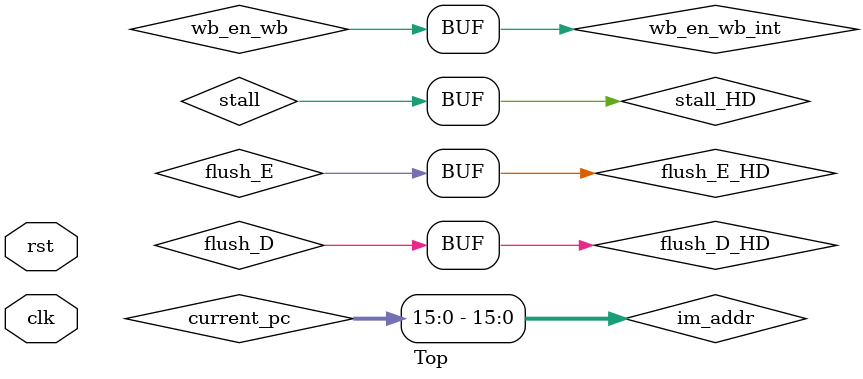
<source format=v>
module Top (
    input clk,
    input rst
);
    //--------------------------------------
    // IF Stage
    //--------------------------------------
    wire stall;
    wire flush_D, flush_E;

    wire [31:0] current_pc, next_pc;
    Reg_PC reg_pc(
        .clk(clk),
        .rst(rst),
        .stall(stall),
        .next_pc(next_pc),
        .current_pc(current_pc)
    );

    // Instruction Memory (Harvard)
    wire [15:0] im_addr = current_pc[15:0];
    wire [31:0] inst_if;
    SRAM im(  // 與 Data Memory 分開
        .clk(clk),
        .w_en(4'b0000),   // 不寫IM
        .address(im_addr),
        .write_data(32'd0),
        .read_data(inst_if)
    );

    //--------------------------------------
    // IF → ID (Reg_D)
    //--------------------------------------
    wire [31:0] inst_id, pc_id;
    Reg_D reg_d(
        .clk(clk),
        .rst(rst),
        .stall(stall),
        .flush(flush_D),
        .inst_in(inst_if),
        .pc_in(current_pc),
        .inst_out(inst_id),
        .pc_out(pc_id)
    );

    //--------------------------------------
    // ID Stage
    //--------------------------------------
    wire [4:0] opcode_id, rs1_id, rs2_id, rd_id;
    wire [2:0] func3_id;
    wire       func7_id;
    Decoder decoder(
        .inst(inst_id),
        .dc_out_opcode(opcode_id),
        .dc_out_func3(func3_id),
        .dc_out_func7(func7_id),
        .dc_out_rs1_index(rs1_id),
        .dc_out_rs2_index(rs2_id),
        .dc_out_rd_index(rd_id)
    );

    wire [31:0] rs1_data_id, rs2_data_id;
    wire wb_en_wb;
    wire [31:0] wb_data_wb;
    wire [4:0]  rd_wb;
    RegFile regfile(
        .clk(clk),
        .wb_en(wb_en_wb),
        .wb_data(wb_data_wb),
        .rd_index(rd_wb),
        .rs1_index(rs1_id),
        .rs2_index(rs2_id),
        .rs1_data_out(rs1_data_id),
        .rs2_data_out(rs2_data_id)
    );

    wire [31:0] imm_id;
    Imm_Ext imm_ext(
        .inst(inst_id),
        .imm_ext_out(imm_id)
    );

    // Controller
    wire next_pc_sel;
    wire [3:0] im_w_en_id;
    wire wb_en_id;
    wire jb_op1_sel_id;
    wire alu_op1_sel_id;
    wire alu_op2_sel_id;
    wire [4:0] out_opcode_id;
    wire [2:0] out_func3_id;
    wire out_func7_id;
    wire wb_sel_id;
    wire [3:0] dm_w_en_id;
    wire jb_op2_sel_id;

    // ALU branch taken (JB) 來自 EX 階段，我們先宣告 wire JB_ex
    wire JB_ex;

    // 是否為 load 指令? 給 Hazard Detection
    wire memRead_id;
    Controller controller(
        .op(opcode_id),
        .func3(func3_id),
        .func7(func7_id),
        .JB(JB_ex),
        .next_pc_sel(next_pc_sel),
        .im_w_en(im_w_en_id),
        .wb_en(wb_en_id),
        .jb_op1_sel(jb_op1_sel_id),
        .alu_op1_sel(alu_op1_sel_id),
        .alu_op2_sel(alu_op2_sel_id),
        .out_opcode(out_opcode_id),
        .out_func3(out_func3_id),
        .out_func7(out_func7_id),
        .wb_sel(wb_sel_id),
        .dm_w_en(dm_w_en_id),
        .jb_op2_sel(jb_op2_sel_id),
        .memRead(memRead_id)
    );

    //--------------------------------------
    // ID → EX (Reg_E)
    //--------------------------------------
    wire [31:0] pc_ex, rs1_data_ex, rs2_data_ex, imm_ex;
    wire [4:0]  rs1_index_ex, rs2_index_ex, rd_index_ex;
    wire [3:0]  dm_w_en_ex, im_w_en_ex;
    wire        wb_en_ex, wb_sel_ex, jb_op1_sel_ex, jb_op2_sel_ex;
    wire        alu_op1_sel_ex, alu_op2_sel_ex;
    wire [4:0]  opcode_ex;
    wire [2:0]  func3_ex;
    wire        func7_ex;
    Reg_E reg_e(
        .clk(clk),
        .rst(rst),
        .stall(stall),
        .flush(flush_E),

        .pc_in(pc_id),
        .rs1_data_in(rs1_data_id),
        .rs2_data_in(rs2_data_id),
        .imm_in(imm_id),
        .rs1_index_in(rs1_id),
        .rs2_index_in(rs2_id),
        .rd_index_in(rd_id),

        .jb_op1_sel_in(jb_op1_sel_id),
        .alu_op1_sel_in(alu_op1_sel_id),
        .alu_op2_sel_in(alu_op2_sel_id),
        .jb_op2_sel_in(jb_op2_sel_id),
        .dm_w_en_in(dm_w_en_id),
        .im_w_en_in(im_w_en_id),
        .wb_en_in(wb_en_id),
        .wb_sel_in(wb_sel_id),
        .opcode_in(out_opcode_id),
        .func3_in(out_func3_id),
        .func7_in(out_func7_id),

        .pc_out(pc_ex),
        .rs1_data_out(rs1_data_ex),
        .rs2_data_out(rs2_data_ex),
        .imm_out(imm_ex),
        .rs1_index_out(rs1_index_ex),
        .rs2_index_out(rs2_index_ex),
        .rd_index_out(rd_index_ex),

        .jb_op1_sel_out(jb_op1_sel_ex),
        .alu_op1_sel_out(alu_op1_sel_ex),
        .alu_op2_sel_out(alu_op2_sel_ex),
        .jb_op2_sel_out(jb_op2_sel_ex),
        .dm_w_en_out(dm_w_en_ex),
        .im_w_en_out(im_w_en_ex),
        .wb_en_out(wb_en_ex),
        .wb_sel_out(wb_sel_ex),
        .opcode_out(opcode_ex),
        .func3_out(func3_ex),
        .func7_out(func7_ex)
    );

    //--------------------------------------
    // Hazard Detection
    //--------------------------------------
    // 1) Load-Use hazard => stall
    // 2) Branch => flush
    wire stall_HD, flush_D_HD, flush_E_HD;

    // 假設 EX 指令為 load => opcode_ex = I2 (您自己的 decode), 這裡簡化判斷
    // 例：I2 = 5'b00000
    wire memRead_ex = (opcode_ex == 5'b00000);  

    HazardDetectionUnit hazard_unit(
        .rs1_id(rs1_id),
        .rs2_id(rs2_id),
        .rd_ex(rd_index_ex),
        .memRead_ex(memRead_ex),
        .JB_ex(JB_ex),
        .stall(stall_HD),
        .flush_D(flush_D_HD),
        .flush_E(flush_E_HD)
    );

    // 因為可能 Controller 也想 flush ID/EX，但一般做法是 HazardUnit 主導
    // 這裡我們直接把 flush_D, flush_E 設為 hazard_unit 的結果
    assign flush_D = flush_D_HD;
    assign flush_E = flush_E_HD;
    assign stall   = stall_HD;  // pipeline 整體 stall

    //--------------------------------------
    // EX Stage
    //--------------------------------------
    // Forwarding
    wire [31:0] alu_out_mem;
    wire [4:0]  rd_index_mem;
    wire        wb_en_mem;

    wire [1:0] forwardA, forwardB;
    ForwardingUnit fwd_unit(
        .rs1_ex(rs1_index_ex),
        .rs2_ex(rs2_index_ex),
        .rd_mem(rd_index_mem),
        .wb_en_mem(wb_en_mem),
        .rd_wb(rd_wb),
        .wb_en_wb(wb_en_wb),
        .forwardA(forwardA),
        .forwardB(forwardB)
    );

    // 取用 forward 後的運算元
    wire [31:0] alu_in1, alu_in2, jb_in1;
    wire [31:0] forward_data_MEM, forward_data_WB;
    assign forward_data_MEM = alu_out_mem; // 來自 MEM
    assign forward_data_WB  = wb_data_wb;  // 來自 WB

    reg [31:0] real_rs1, real_rs2;
    always @(*) begin
        // forwardA
        case(forwardA)
          2'b10: real_rs1 = forward_data_MEM;
          2'b01: real_rs1 = forward_data_WB;
          default: real_rs1 = rs1_data_ex;
        endcase

        // forwardB
        case(forwardB)
          2'b10: real_rs2 = forward_data_MEM;
          2'b01: real_rs2 = forward_data_WB;
          default: real_rs2 = rs2_data_ex;
        endcase
    end

    // 將 real_rs1, real_rs2 分別帶入 ALU op1, op2 MUX
    Mux mux_alu_op1(
        .select(alu_op1_sel_ex),
        .input_0(real_rs1),
        .input_1(pc_ex),
        .o(alu_in1)
    );
    Mux mux_alu_op2(
        .select(alu_op2_sel_ex),
        .input_0(real_rs2),
        .input_1(imm_ex),
        .o(alu_in2)
    );
    Mux mux_jb_op1(
        .select(jb_op1_sel_ex),
        .input_0(real_rs1),
        .input_1(pc_ex),
        .o(jb_in1)
    );

    wire [31:0] alu_out_ex;
    ALU alu(
        .opcode(opcode_ex),
        .func3(func3_ex),
        .func7(func7_ex),
        .operand1(alu_in1),
        .operand2(alu_in2),
        .alu_out(alu_out_ex),
        .JB(JB_ex)
    );

    wire [31:0] jb_pc_ex;
    JB_Unit jb_unit(
        .jb_op2_sel(jb_op2_sel_ex),
        .operand1(jb_in1),
        .operand2(imm_ex),
        .jb_out(jb_pc_ex)
    );

    // next_pc
    wire [31:0] pc_ex_plus4;
    Adder pc_adder_ex(
        .current_pc(pc_ex),
        .adder_out_pc(pc_ex_plus4)
    );
    Mux mux_next_pc(
        .select(next_pc_sel),
        .input_0(jb_pc_ex),
        .input_1(pc_ex_plus4),
        .o(next_pc)
    );

    //--------------------------------------
    // EX → MEM (Reg_M)
    //--------------------------------------
    wire [31:0]  rs2_data_mem;
    
    wire [3:0]  dm_w_en_mem;
    wire        wb_sel_mem;
    wire [2:0]  func3_mem;
    // 要注意 store 指令用 real_rs2
    Reg_M reg_m(
        .clk(clk),
        .rst(rst),
        .stall(1'b0),
        .flush(1'b0),

        .alu_out_in(alu_out_ex),
        .rs2_data_in(real_rs2),
        .rd_index_in(rd_index_ex),
        .dm_w_en_in(dm_w_en_ex),
        .wb_en_in(wb_en_ex),
        .wb_sel_in(wb_sel_ex),
        .func3_in(func3_ex),

        .alu_out_out(alu_out_mem),
        .rs2_data_out(rs2_data_mem),
        .rd_index_out(rd_index_mem),
        .dm_w_en_out(dm_w_en_mem),
        .wb_en_out(wb_en_mem),
        .wb_sel_out(wb_sel_mem),
        .func3_out(func3_mem)
    );

    //--------------------------------------
    // MEM Stage (Data Memory)
    //--------------------------------------
    wire [15:0] dm_addr = alu_out_mem[15:0];
    wire [31:0] dm_read_data;
    SRAM dm(
        .clk(clk),
        .w_en(dm_w_en_mem),
        .address(dm_addr),
        .write_data(rs2_data_mem),
        .read_data(dm_read_data)
    );

    wire [31:0] ld_data_f_mem;
    LD_Filter ld_filter(
        .func3(func3_mem),
        .ld_data(dm_read_data),
        .ld_data_f(ld_data_f_mem)
    );

    //--------------------------------------
    // MEM → WB (Reg_W)
    //--------------------------------------
    wire [31:0] alu_out_wb, ld_data_wb;
    wire [4:0]  rd_index_wb_int;
    wire        wb_en_wb_int, wb_sel_wb;
    wire [2:0]  func3_wb;
    Reg_W reg_w(
        .clk(clk),
        .rst(rst),
        .stall(1'b0),
        .flush(1'b0),

        .alu_out_in(alu_out_mem),
        .ld_data_in(ld_data_f_mem),
        .rd_index_in(rd_index_mem),
        .wb_en_in(wb_en_mem),
        .wb_sel_in(wb_sel_mem),
        .func3_in(func3_mem),

        .alu_out_out(alu_out_wb),
        .ld_data_out(ld_data_wb),
        .rd_index_out(rd_index_wb_int),
        .wb_en_out(wb_en_wb_int),
        .wb_sel_out(wb_sel_wb),
        .func3_out(func3_wb)
    );

    //--------------------------------------
    // WB Stage
    //--------------------------------------
    wire [31:0] wb_mux_out;
    Mux mux_wb(
        .select(wb_sel_wb),
        .input_0(ld_data_wb),
        .input_1(alu_out_wb),
        .o(wb_mux_out)
    );

    assign wb_data_wb = wb_mux_out;
    assign wb_en_wb   = wb_en_wb_int;
    assign rd_wb      = rd_index_wb_int;

endmodule

</source>
